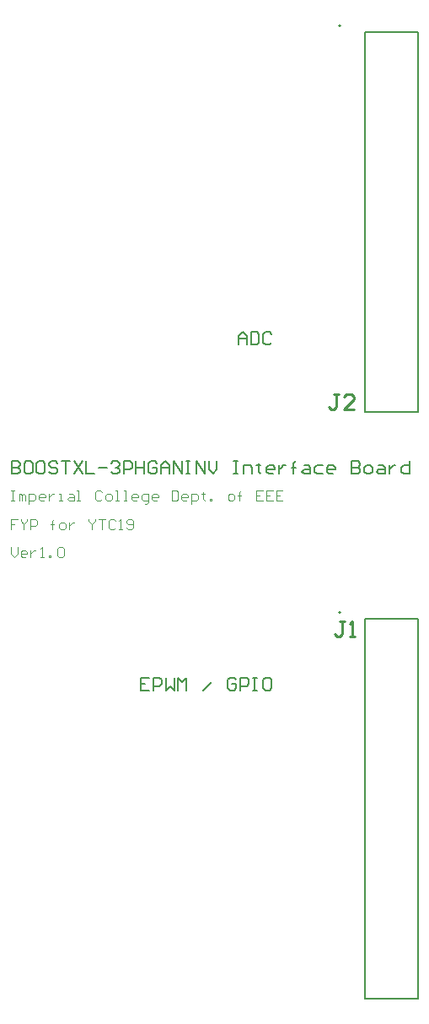
<source format=gbr>
%TF.GenerationSoftware,Altium Limited,Altium Designer,22.11.1 (43)*%
G04 Layer_Color=65535*
%FSLAX45Y45*%
%MOMM*%
%TF.SameCoordinates,ABC14B17-DAD6-4B0F-8560-1018B917A27C*%
%TF.FilePolarity,Positive*%
%TF.FileFunction,Legend,Top*%
%TF.Part,Single*%
G01*
G75*
%TA.AperFunction,NonConductor*%
%ADD15C,0.20000*%
%ADD16C,0.10000*%
%ADD17C,0.25400*%
D15*
X11122500Y4217900D02*
G03*
X11122500Y4217900I-10000J0D01*
G01*
Y10098000D02*
G03*
X11122500Y10098000I-10000J0D01*
G01*
X11366500Y4152900D02*
X11899500D01*
X11366500Y342900D02*
X11899500D01*
Y4152900D01*
X11366500Y342900D02*
Y4152900D01*
Y6223000D02*
Y10033000D01*
X11899500Y6223000D02*
Y10033000D01*
X11366500Y6223000D02*
X11899500D01*
X11366500Y10033000D02*
X11899500D01*
X10094125Y6903400D02*
Y6986706D01*
X10135779Y7028360D01*
X10177432Y6986706D01*
Y6903400D01*
Y6965880D01*
X10094125D01*
X10219085Y7028360D02*
Y6903400D01*
X10281565D01*
X10302391Y6924226D01*
Y7007533D01*
X10281565Y7028360D01*
X10219085D01*
X10427351Y7007533D02*
X10406524Y7028360D01*
X10364871D01*
X10344045Y7007533D01*
Y6924226D01*
X10364871Y6903400D01*
X10406524D01*
X10427351Y6924226D01*
X9198582Y3561260D02*
X9115275D01*
Y3436300D01*
X9198582D01*
X9115275Y3498780D02*
X9156928D01*
X9240235Y3436300D02*
Y3561260D01*
X9302714D01*
X9323541Y3540433D01*
Y3498780D01*
X9302714Y3477953D01*
X9240235D01*
X9365194Y3561260D02*
Y3436300D01*
X9406848Y3477953D01*
X9448501Y3436300D01*
Y3561260D01*
X9490154Y3436300D02*
Y3561260D01*
X9531807Y3519606D01*
X9573460Y3561260D01*
Y3436300D01*
X9740073D02*
X9823380Y3519606D01*
X10073299Y3540433D02*
X10052472Y3561260D01*
X10010819D01*
X9989992Y3540433D01*
Y3457126D01*
X10010819Y3436300D01*
X10052472D01*
X10073299Y3457126D01*
Y3498780D01*
X10031646D01*
X10114952Y3436300D02*
Y3561260D01*
X10177432D01*
X10198258Y3540433D01*
Y3498780D01*
X10177432Y3477953D01*
X10114952D01*
X10239912Y3561260D02*
X10281565D01*
X10260738D01*
Y3436300D01*
X10239912D01*
X10281565D01*
X10406524Y3561260D02*
X10364871D01*
X10344045Y3540433D01*
Y3457126D01*
X10364871Y3436300D01*
X10406524D01*
X10427351Y3457126D01*
Y3540433D01*
X10406524Y3561260D01*
X7817800Y5732960D02*
Y5608000D01*
X7880280D01*
X7901106Y5628826D01*
Y5649653D01*
X7880280Y5670480D01*
X7817800D01*
X7880280D01*
X7901106Y5691306D01*
Y5712133D01*
X7880280Y5732960D01*
X7817800D01*
X8005239D02*
X7963586D01*
X7942760Y5712133D01*
Y5628826D01*
X7963586Y5608000D01*
X8005239D01*
X8026066Y5628826D01*
Y5712133D01*
X8005239Y5732960D01*
X8130199D02*
X8088546D01*
X8067719Y5712133D01*
Y5628826D01*
X8088546Y5608000D01*
X8130199D01*
X8151026Y5628826D01*
Y5712133D01*
X8130199Y5732960D01*
X8275985Y5712133D02*
X8255158Y5732960D01*
X8213505D01*
X8192679Y5712133D01*
Y5691306D01*
X8213505Y5670480D01*
X8255158D01*
X8275985Y5649653D01*
Y5628826D01*
X8255158Y5608000D01*
X8213505D01*
X8192679Y5628826D01*
X8317638Y5732960D02*
X8400945D01*
X8359292D01*
Y5608000D01*
X8442598Y5732960D02*
X8525904Y5608000D01*
Y5732960D02*
X8442598Y5608000D01*
X8567558Y5732960D02*
Y5608000D01*
X8650864D01*
X8692517Y5670480D02*
X8775824D01*
X8817477Y5712133D02*
X8838303Y5732960D01*
X8879957D01*
X8900783Y5712133D01*
Y5691306D01*
X8879957Y5670480D01*
X8859130D01*
X8879957D01*
X8900783Y5649653D01*
Y5628826D01*
X8879957Y5608000D01*
X8838303D01*
X8817477Y5628826D01*
X8942437Y5608000D02*
Y5732960D01*
X9004916D01*
X9025743Y5712133D01*
Y5670480D01*
X9004916Y5649653D01*
X8942437D01*
X9067396Y5732960D02*
Y5608000D01*
Y5670480D01*
X9150703D01*
Y5732960D01*
Y5608000D01*
X9275662Y5712133D02*
X9254835Y5732960D01*
X9213182D01*
X9192356Y5712133D01*
Y5628826D01*
X9213182Y5608000D01*
X9254835D01*
X9275662Y5628826D01*
Y5670480D01*
X9234009D01*
X9317315Y5608000D02*
Y5691306D01*
X9358969Y5732960D01*
X9400622Y5691306D01*
Y5608000D01*
Y5670480D01*
X9317315D01*
X9442275Y5608000D02*
Y5732960D01*
X9525581Y5608000D01*
Y5732960D01*
X9567235D02*
X9608888D01*
X9588061D01*
Y5608000D01*
X9567235D01*
X9608888D01*
X9671367D02*
Y5732960D01*
X9754674Y5608000D01*
Y5732960D01*
X9796327D02*
Y5649653D01*
X9837980Y5608000D01*
X9879634Y5649653D01*
Y5732960D01*
X10046246D02*
X10087900D01*
X10067073D01*
Y5608000D01*
X10046246D01*
X10087900D01*
X10150379D02*
Y5691306D01*
X10212859D01*
X10233686Y5670480D01*
Y5608000D01*
X10296165Y5712133D02*
Y5691306D01*
X10275339D01*
X10316992D01*
X10296165D01*
Y5628826D01*
X10316992Y5608000D01*
X10441951D02*
X10400298D01*
X10379472Y5628826D01*
Y5670480D01*
X10400298Y5691306D01*
X10441951D01*
X10462778Y5670480D01*
Y5649653D01*
X10379472D01*
X10504431Y5691306D02*
Y5608000D01*
Y5649653D01*
X10525258Y5670480D01*
X10546085Y5691306D01*
X10566911D01*
X10650217Y5608000D02*
Y5712133D01*
Y5670480D01*
X10629391D01*
X10671044D01*
X10650217D01*
Y5712133D01*
X10671044Y5732960D01*
X10754350Y5691306D02*
X10796004D01*
X10816830Y5670480D01*
Y5608000D01*
X10754350D01*
X10733524Y5628826D01*
X10754350Y5649653D01*
X10816830D01*
X10941790Y5691306D02*
X10879310D01*
X10858483Y5670480D01*
Y5628826D01*
X10879310Y5608000D01*
X10941790D01*
X11045923D02*
X11004270D01*
X10983443Y5628826D01*
Y5670480D01*
X11004270Y5691306D01*
X11045923D01*
X11066750Y5670480D01*
Y5649653D01*
X10983443D01*
X11233362Y5732960D02*
Y5608000D01*
X11295842D01*
X11316669Y5628826D01*
Y5649653D01*
X11295842Y5670480D01*
X11233362D01*
X11295842D01*
X11316669Y5691306D01*
Y5712133D01*
X11295842Y5732960D01*
X11233362D01*
X11379148Y5608000D02*
X11420802D01*
X11441628Y5628826D01*
Y5670480D01*
X11420802Y5691306D01*
X11379148D01*
X11358322Y5670480D01*
Y5628826D01*
X11379148Y5608000D01*
X11504108Y5691306D02*
X11545761D01*
X11566588Y5670480D01*
Y5608000D01*
X11504108D01*
X11483282Y5628826D01*
X11504108Y5649653D01*
X11566588D01*
X11608241Y5691306D02*
Y5608000D01*
Y5649653D01*
X11629068Y5670480D01*
X11649894Y5691306D01*
X11670721D01*
X11816507Y5732960D02*
Y5608000D01*
X11754027D01*
X11733201Y5628826D01*
Y5670480D01*
X11754027Y5691306D01*
X11816507D01*
D16*
X7807800Y4872468D02*
Y4805822D01*
X7841122Y4772500D01*
X7874445Y4805822D01*
Y4872468D01*
X7957752Y4772500D02*
X7924429D01*
X7907768Y4789161D01*
Y4822484D01*
X7924429Y4839145D01*
X7957752D01*
X7974413Y4822484D01*
Y4805822D01*
X7907768D01*
X8007736Y4839145D02*
Y4772500D01*
Y4805822D01*
X8024397Y4822484D01*
X8041058Y4839145D01*
X8057719D01*
X8107703Y4772500D02*
X8141026D01*
X8124365D01*
Y4872468D01*
X8107703Y4855806D01*
X8191010Y4772500D02*
Y4789161D01*
X8207671D01*
Y4772500D01*
X8191010D01*
X8274316Y4855806D02*
X8290978Y4872468D01*
X8324300D01*
X8340961Y4855806D01*
Y4789161D01*
X8324300Y4772500D01*
X8290978D01*
X8274316Y4789161D01*
Y4855806D01*
X7807800Y5439190D02*
X7841122D01*
X7824461D01*
Y5339222D01*
X7807800D01*
X7841122D01*
X7891106D02*
Y5405868D01*
X7907768D01*
X7924429Y5389206D01*
Y5339222D01*
Y5389206D01*
X7941090Y5405868D01*
X7957751Y5389206D01*
Y5339222D01*
X7991074Y5305900D02*
Y5405868D01*
X8041058D01*
X8057719Y5389206D01*
Y5355884D01*
X8041058Y5339222D01*
X7991074D01*
X8141026D02*
X8107703D01*
X8091042Y5355884D01*
Y5389206D01*
X8107703Y5405868D01*
X8141026D01*
X8157687Y5389206D01*
Y5372545D01*
X8091042D01*
X8191010Y5405868D02*
Y5339222D01*
Y5372545D01*
X8207671Y5389206D01*
X8224332Y5405868D01*
X8240994D01*
X8290978Y5339222D02*
X8324300D01*
X8307639D01*
Y5405868D01*
X8290978D01*
X8390945D02*
X8424268D01*
X8440929Y5389206D01*
Y5339222D01*
X8390945D01*
X8374284Y5355884D01*
X8390945Y5372545D01*
X8440929D01*
X8474252Y5339222D02*
X8507574D01*
X8490913D01*
Y5439190D01*
X8474252D01*
X8724171Y5422529D02*
X8707510Y5439190D01*
X8674187D01*
X8657526Y5422529D01*
Y5355884D01*
X8674187Y5339222D01*
X8707510D01*
X8724171Y5355884D01*
X8774155Y5339222D02*
X8807478D01*
X8824139Y5355884D01*
Y5389206D01*
X8807478Y5405868D01*
X8774155D01*
X8757494Y5389206D01*
Y5355884D01*
X8774155Y5339222D01*
X8857462D02*
X8890784D01*
X8874123D01*
Y5439190D01*
X8857462D01*
X8940768Y5339222D02*
X8974091D01*
X8957429D01*
Y5439190D01*
X8940768D01*
X9074058Y5339222D02*
X9040736D01*
X9024074Y5355884D01*
Y5389206D01*
X9040736Y5405868D01*
X9074058D01*
X9090719Y5389206D01*
Y5372545D01*
X9024074D01*
X9157365Y5305900D02*
X9174026D01*
X9190687Y5322561D01*
Y5405868D01*
X9140704D01*
X9124042Y5389206D01*
Y5355884D01*
X9140704Y5339222D01*
X9190687D01*
X9273994D02*
X9240671D01*
X9224010Y5355884D01*
Y5389206D01*
X9240671Y5405868D01*
X9273994D01*
X9290655Y5389206D01*
Y5372545D01*
X9224010D01*
X9423946Y5439190D02*
Y5339222D01*
X9473929D01*
X9490591Y5355884D01*
Y5422529D01*
X9473929Y5439190D01*
X9423946D01*
X9573897Y5339222D02*
X9540575D01*
X9523913Y5355884D01*
Y5389206D01*
X9540575Y5405868D01*
X9573897D01*
X9590558Y5389206D01*
Y5372545D01*
X9523913D01*
X9623881Y5305900D02*
Y5405868D01*
X9673865D01*
X9690526Y5389206D01*
Y5355884D01*
X9673865Y5339222D01*
X9623881D01*
X9740510Y5422529D02*
Y5405868D01*
X9723849D01*
X9757171D01*
X9740510D01*
Y5355884D01*
X9757171Y5339222D01*
X9807155D02*
Y5355884D01*
X9823817D01*
Y5339222D01*
X9807155D01*
X10007091D02*
X10040413D01*
X10057075Y5355884D01*
Y5389206D01*
X10040413Y5405868D01*
X10007091D01*
X9990430Y5389206D01*
Y5355884D01*
X10007091Y5339222D01*
X10107059D02*
Y5422529D01*
Y5389206D01*
X10090397D01*
X10123720D01*
X10107059D01*
Y5422529D01*
X10123720Y5439190D01*
X10340317D02*
X10273672D01*
Y5339222D01*
X10340317D01*
X10273672Y5389206D02*
X10306994D01*
X10440284Y5439190D02*
X10373639D01*
Y5339222D01*
X10440284D01*
X10373639Y5389206D02*
X10406962D01*
X10540252Y5439190D02*
X10473607D01*
Y5339222D01*
X10540252D01*
X10473607Y5389206D02*
X10506930D01*
X7874445Y5151868D02*
X7807800D01*
Y5101884D01*
X7841122D01*
X7807800D01*
Y5051900D01*
X7907768Y5151868D02*
Y5135206D01*
X7941090Y5101884D01*
X7974413Y5135206D01*
Y5151868D01*
X7941090Y5101884D02*
Y5051900D01*
X8007736D02*
Y5151868D01*
X8057719D01*
X8074381Y5135206D01*
Y5101884D01*
X8057719Y5085222D01*
X8007736D01*
X8224333Y5051900D02*
Y5135206D01*
Y5101884D01*
X8207671D01*
X8240994D01*
X8224333D01*
Y5135206D01*
X8240994Y5151868D01*
X8307639Y5051900D02*
X8340961D01*
X8357623Y5068561D01*
Y5101884D01*
X8340961Y5118545D01*
X8307639D01*
X8290978Y5101884D01*
Y5068561D01*
X8307639Y5051900D01*
X8390945Y5118545D02*
Y5051900D01*
Y5085222D01*
X8407607Y5101884D01*
X8424268Y5118545D01*
X8440929D01*
X8590881Y5151868D02*
Y5135206D01*
X8624203Y5101884D01*
X8657526Y5135206D01*
Y5151868D01*
X8624203Y5101884D02*
Y5051900D01*
X8690849Y5151868D02*
X8757494D01*
X8724171D01*
Y5051900D01*
X8857462Y5135206D02*
X8840800Y5151868D01*
X8807478D01*
X8790817Y5135206D01*
Y5068561D01*
X8807478Y5051900D01*
X8840800D01*
X8857462Y5068561D01*
X8890784Y5051900D02*
X8924107D01*
X8907446D01*
Y5151868D01*
X8890784Y5135206D01*
X8974091Y5068561D02*
X8990752Y5051900D01*
X9024075D01*
X9040736Y5068561D01*
Y5135206D01*
X9024075Y5151868D01*
X8990752D01*
X8974091Y5135206D01*
Y5118545D01*
X8990752Y5101884D01*
X9040736D01*
D17*
X11099808Y6400775D02*
X11049025D01*
X11074417D01*
Y6273817D01*
X11049025Y6248425D01*
X11023633D01*
X10998241Y6273817D01*
X11252159Y6248425D02*
X11150592D01*
X11252159Y6349992D01*
Y6375383D01*
X11226767Y6400775D01*
X11175984D01*
X11150592Y6375383D01*
X11163300Y4127475D02*
X11112517D01*
X11137908D01*
Y4000517D01*
X11112517Y3975125D01*
X11087125D01*
X11061733Y4000517D01*
X11214084Y3975125D02*
X11264867D01*
X11239476D01*
Y4127475D01*
X11214084Y4102083D01*
%TF.MD5,c5827d8e250fe03f67e985ed3acc06b5*%
M02*

</source>
